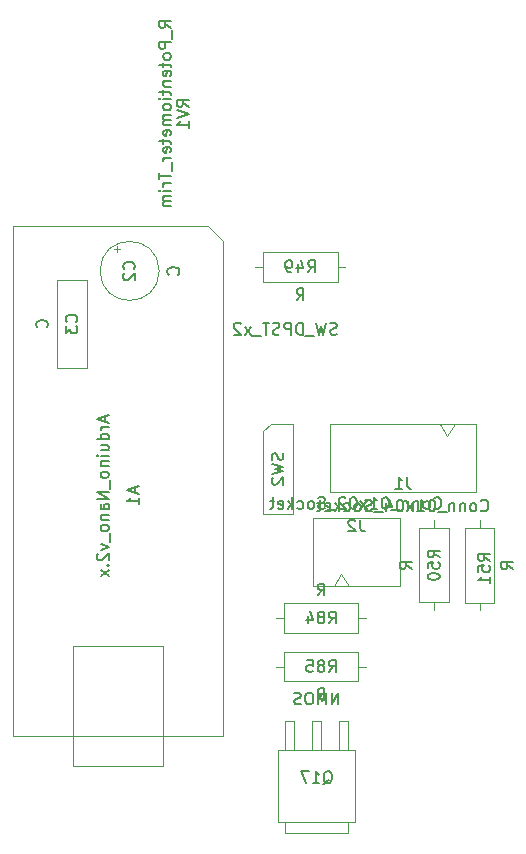
<source format=gbr>
%TF.GenerationSoftware,KiCad,Pcbnew,9.0.6-9.0.6~ubuntu22.04.1*%
%TF.CreationDate,2025-11-25T23:45:25+09:00*%
%TF.ProjectId,LineSensor,4c696e65-5365-46e7-936f-722e6b696361,rev?*%
%TF.SameCoordinates,Original*%
%TF.FileFunction,AssemblyDrawing,Bot*%
%FSLAX46Y46*%
G04 Gerber Fmt 4.6, Leading zero omitted, Abs format (unit mm)*
G04 Created by KiCad (PCBNEW 9.0.6-9.0.6~ubuntu22.04.1) date 2025-11-25 23:45:25*
%MOMM*%
%LPD*%
G01*
G04 APERTURE LIST*
%ADD10C,0.150000*%
%ADD11C,0.100000*%
G04 APERTURE END LIST*
D10*
X176745239Y-101159580D02*
X176792858Y-101207200D01*
X176792858Y-101207200D02*
X176935715Y-101254819D01*
X176935715Y-101254819D02*
X177030953Y-101254819D01*
X177030953Y-101254819D02*
X177173810Y-101207200D01*
X177173810Y-101207200D02*
X177269048Y-101111961D01*
X177269048Y-101111961D02*
X177316667Y-101016723D01*
X177316667Y-101016723D02*
X177364286Y-100826247D01*
X177364286Y-100826247D02*
X177364286Y-100683390D01*
X177364286Y-100683390D02*
X177316667Y-100492914D01*
X177316667Y-100492914D02*
X177269048Y-100397676D01*
X177269048Y-100397676D02*
X177173810Y-100302438D01*
X177173810Y-100302438D02*
X177030953Y-100254819D01*
X177030953Y-100254819D02*
X176935715Y-100254819D01*
X176935715Y-100254819D02*
X176792858Y-100302438D01*
X176792858Y-100302438D02*
X176745239Y-100350057D01*
X176173810Y-101254819D02*
X176269048Y-101207200D01*
X176269048Y-101207200D02*
X176316667Y-101159580D01*
X176316667Y-101159580D02*
X176364286Y-101064342D01*
X176364286Y-101064342D02*
X176364286Y-100778628D01*
X176364286Y-100778628D02*
X176316667Y-100683390D01*
X176316667Y-100683390D02*
X176269048Y-100635771D01*
X176269048Y-100635771D02*
X176173810Y-100588152D01*
X176173810Y-100588152D02*
X176030953Y-100588152D01*
X176030953Y-100588152D02*
X175935715Y-100635771D01*
X175935715Y-100635771D02*
X175888096Y-100683390D01*
X175888096Y-100683390D02*
X175840477Y-100778628D01*
X175840477Y-100778628D02*
X175840477Y-101064342D01*
X175840477Y-101064342D02*
X175888096Y-101159580D01*
X175888096Y-101159580D02*
X175935715Y-101207200D01*
X175935715Y-101207200D02*
X176030953Y-101254819D01*
X176030953Y-101254819D02*
X176173810Y-101254819D01*
X175411905Y-100588152D02*
X175411905Y-101254819D01*
X175411905Y-100683390D02*
X175364286Y-100635771D01*
X175364286Y-100635771D02*
X175269048Y-100588152D01*
X175269048Y-100588152D02*
X175126191Y-100588152D01*
X175126191Y-100588152D02*
X175030953Y-100635771D01*
X175030953Y-100635771D02*
X174983334Y-100731009D01*
X174983334Y-100731009D02*
X174983334Y-101254819D01*
X174507143Y-100588152D02*
X174507143Y-101254819D01*
X174507143Y-100683390D02*
X174459524Y-100635771D01*
X174459524Y-100635771D02*
X174364286Y-100588152D01*
X174364286Y-100588152D02*
X174221429Y-100588152D01*
X174221429Y-100588152D02*
X174126191Y-100635771D01*
X174126191Y-100635771D02*
X174078572Y-100731009D01*
X174078572Y-100731009D02*
X174078572Y-101254819D01*
X173840477Y-101350057D02*
X173078572Y-101350057D01*
X172650000Y-100254819D02*
X172554762Y-100254819D01*
X172554762Y-100254819D02*
X172459524Y-100302438D01*
X172459524Y-100302438D02*
X172411905Y-100350057D01*
X172411905Y-100350057D02*
X172364286Y-100445295D01*
X172364286Y-100445295D02*
X172316667Y-100635771D01*
X172316667Y-100635771D02*
X172316667Y-100873866D01*
X172316667Y-100873866D02*
X172364286Y-101064342D01*
X172364286Y-101064342D02*
X172411905Y-101159580D01*
X172411905Y-101159580D02*
X172459524Y-101207200D01*
X172459524Y-101207200D02*
X172554762Y-101254819D01*
X172554762Y-101254819D02*
X172650000Y-101254819D01*
X172650000Y-101254819D02*
X172745238Y-101207200D01*
X172745238Y-101207200D02*
X172792857Y-101159580D01*
X172792857Y-101159580D02*
X172840476Y-101064342D01*
X172840476Y-101064342D02*
X172888095Y-100873866D01*
X172888095Y-100873866D02*
X172888095Y-100635771D01*
X172888095Y-100635771D02*
X172840476Y-100445295D01*
X172840476Y-100445295D02*
X172792857Y-100350057D01*
X172792857Y-100350057D02*
X172745238Y-100302438D01*
X172745238Y-100302438D02*
X172650000Y-100254819D01*
X171364286Y-101254819D02*
X171935714Y-101254819D01*
X171650000Y-101254819D02*
X171650000Y-100254819D01*
X171650000Y-100254819D02*
X171745238Y-100397676D01*
X171745238Y-100397676D02*
X171840476Y-100492914D01*
X171840476Y-100492914D02*
X171935714Y-100540533D01*
X171030952Y-101254819D02*
X170507143Y-100588152D01*
X171030952Y-100588152D02*
X170507143Y-101254819D01*
X169935714Y-100254819D02*
X169840476Y-100254819D01*
X169840476Y-100254819D02*
X169745238Y-100302438D01*
X169745238Y-100302438D02*
X169697619Y-100350057D01*
X169697619Y-100350057D02*
X169650000Y-100445295D01*
X169650000Y-100445295D02*
X169602381Y-100635771D01*
X169602381Y-100635771D02*
X169602381Y-100873866D01*
X169602381Y-100873866D02*
X169650000Y-101064342D01*
X169650000Y-101064342D02*
X169697619Y-101159580D01*
X169697619Y-101159580D02*
X169745238Y-101207200D01*
X169745238Y-101207200D02*
X169840476Y-101254819D01*
X169840476Y-101254819D02*
X169935714Y-101254819D01*
X169935714Y-101254819D02*
X170030952Y-101207200D01*
X170030952Y-101207200D02*
X170078571Y-101159580D01*
X170078571Y-101159580D02*
X170126190Y-101064342D01*
X170126190Y-101064342D02*
X170173809Y-100873866D01*
X170173809Y-100873866D02*
X170173809Y-100635771D01*
X170173809Y-100635771D02*
X170126190Y-100445295D01*
X170126190Y-100445295D02*
X170078571Y-100350057D01*
X170078571Y-100350057D02*
X170030952Y-100302438D01*
X170030952Y-100302438D02*
X169935714Y-100254819D01*
X169221428Y-100350057D02*
X169173809Y-100302438D01*
X169173809Y-100302438D02*
X169078571Y-100254819D01*
X169078571Y-100254819D02*
X168840476Y-100254819D01*
X168840476Y-100254819D02*
X168745238Y-100302438D01*
X168745238Y-100302438D02*
X168697619Y-100350057D01*
X168697619Y-100350057D02*
X168650000Y-100445295D01*
X168650000Y-100445295D02*
X168650000Y-100540533D01*
X168650000Y-100540533D02*
X168697619Y-100683390D01*
X168697619Y-100683390D02*
X169269047Y-101254819D01*
X169269047Y-101254819D02*
X168650000Y-101254819D01*
X168459524Y-101350057D02*
X167697619Y-101350057D01*
X167507142Y-101207200D02*
X167364285Y-101254819D01*
X167364285Y-101254819D02*
X167126190Y-101254819D01*
X167126190Y-101254819D02*
X167030952Y-101207200D01*
X167030952Y-101207200D02*
X166983333Y-101159580D01*
X166983333Y-101159580D02*
X166935714Y-101064342D01*
X166935714Y-101064342D02*
X166935714Y-100969104D01*
X166935714Y-100969104D02*
X166983333Y-100873866D01*
X166983333Y-100873866D02*
X167030952Y-100826247D01*
X167030952Y-100826247D02*
X167126190Y-100778628D01*
X167126190Y-100778628D02*
X167316666Y-100731009D01*
X167316666Y-100731009D02*
X167411904Y-100683390D01*
X167411904Y-100683390D02*
X167459523Y-100635771D01*
X167459523Y-100635771D02*
X167507142Y-100540533D01*
X167507142Y-100540533D02*
X167507142Y-100445295D01*
X167507142Y-100445295D02*
X167459523Y-100350057D01*
X167459523Y-100350057D02*
X167411904Y-100302438D01*
X167411904Y-100302438D02*
X167316666Y-100254819D01*
X167316666Y-100254819D02*
X167078571Y-100254819D01*
X167078571Y-100254819D02*
X166935714Y-100302438D01*
X166364285Y-101254819D02*
X166459523Y-101207200D01*
X166459523Y-101207200D02*
X166507142Y-101159580D01*
X166507142Y-101159580D02*
X166554761Y-101064342D01*
X166554761Y-101064342D02*
X166554761Y-100778628D01*
X166554761Y-100778628D02*
X166507142Y-100683390D01*
X166507142Y-100683390D02*
X166459523Y-100635771D01*
X166459523Y-100635771D02*
X166364285Y-100588152D01*
X166364285Y-100588152D02*
X166221428Y-100588152D01*
X166221428Y-100588152D02*
X166126190Y-100635771D01*
X166126190Y-100635771D02*
X166078571Y-100683390D01*
X166078571Y-100683390D02*
X166030952Y-100778628D01*
X166030952Y-100778628D02*
X166030952Y-101064342D01*
X166030952Y-101064342D02*
X166078571Y-101159580D01*
X166078571Y-101159580D02*
X166126190Y-101207200D01*
X166126190Y-101207200D02*
X166221428Y-101254819D01*
X166221428Y-101254819D02*
X166364285Y-101254819D01*
X165173809Y-101207200D02*
X165269047Y-101254819D01*
X165269047Y-101254819D02*
X165459523Y-101254819D01*
X165459523Y-101254819D02*
X165554761Y-101207200D01*
X165554761Y-101207200D02*
X165602380Y-101159580D01*
X165602380Y-101159580D02*
X165649999Y-101064342D01*
X165649999Y-101064342D02*
X165649999Y-100778628D01*
X165649999Y-100778628D02*
X165602380Y-100683390D01*
X165602380Y-100683390D02*
X165554761Y-100635771D01*
X165554761Y-100635771D02*
X165459523Y-100588152D01*
X165459523Y-100588152D02*
X165269047Y-100588152D01*
X165269047Y-100588152D02*
X165173809Y-100635771D01*
X164745237Y-101254819D02*
X164745237Y-100254819D01*
X164649999Y-100873866D02*
X164364285Y-101254819D01*
X164364285Y-100588152D02*
X164745237Y-100969104D01*
X163554761Y-101207200D02*
X163649999Y-101254819D01*
X163649999Y-101254819D02*
X163840475Y-101254819D01*
X163840475Y-101254819D02*
X163935713Y-101207200D01*
X163935713Y-101207200D02*
X163983332Y-101111961D01*
X163983332Y-101111961D02*
X163983332Y-100731009D01*
X163983332Y-100731009D02*
X163935713Y-100635771D01*
X163935713Y-100635771D02*
X163840475Y-100588152D01*
X163840475Y-100588152D02*
X163649999Y-100588152D01*
X163649999Y-100588152D02*
X163554761Y-100635771D01*
X163554761Y-100635771D02*
X163507142Y-100731009D01*
X163507142Y-100731009D02*
X163507142Y-100826247D01*
X163507142Y-100826247D02*
X163983332Y-100921485D01*
X163221427Y-100588152D02*
X162840475Y-100588152D01*
X163078570Y-100254819D02*
X163078570Y-101111961D01*
X163078570Y-101111961D02*
X163030951Y-101207200D01*
X163030951Y-101207200D02*
X162935713Y-101254819D01*
X162935713Y-101254819D02*
X162840475Y-101254819D01*
X170483333Y-102154819D02*
X170483333Y-102869104D01*
X170483333Y-102869104D02*
X170530952Y-103011961D01*
X170530952Y-103011961D02*
X170626190Y-103107200D01*
X170626190Y-103107200D02*
X170769047Y-103154819D01*
X170769047Y-103154819D02*
X170864285Y-103154819D01*
X170054761Y-102250057D02*
X170007142Y-102202438D01*
X170007142Y-102202438D02*
X169911904Y-102154819D01*
X169911904Y-102154819D02*
X169673809Y-102154819D01*
X169673809Y-102154819D02*
X169578571Y-102202438D01*
X169578571Y-102202438D02*
X169530952Y-102250057D01*
X169530952Y-102250057D02*
X169483333Y-102345295D01*
X169483333Y-102345295D02*
X169483333Y-102440533D01*
X169483333Y-102440533D02*
X169530952Y-102583390D01*
X169530952Y-102583390D02*
X170102380Y-103154819D01*
X170102380Y-103154819D02*
X169483333Y-103154819D01*
X168509142Y-86452200D02*
X168366285Y-86499819D01*
X168366285Y-86499819D02*
X168128190Y-86499819D01*
X168128190Y-86499819D02*
X168032952Y-86452200D01*
X168032952Y-86452200D02*
X167985333Y-86404580D01*
X167985333Y-86404580D02*
X167937714Y-86309342D01*
X167937714Y-86309342D02*
X167937714Y-86214104D01*
X167937714Y-86214104D02*
X167985333Y-86118866D01*
X167985333Y-86118866D02*
X168032952Y-86071247D01*
X168032952Y-86071247D02*
X168128190Y-86023628D01*
X168128190Y-86023628D02*
X168318666Y-85976009D01*
X168318666Y-85976009D02*
X168413904Y-85928390D01*
X168413904Y-85928390D02*
X168461523Y-85880771D01*
X168461523Y-85880771D02*
X168509142Y-85785533D01*
X168509142Y-85785533D02*
X168509142Y-85690295D01*
X168509142Y-85690295D02*
X168461523Y-85595057D01*
X168461523Y-85595057D02*
X168413904Y-85547438D01*
X168413904Y-85547438D02*
X168318666Y-85499819D01*
X168318666Y-85499819D02*
X168080571Y-85499819D01*
X168080571Y-85499819D02*
X167937714Y-85547438D01*
X167604380Y-85499819D02*
X167366285Y-86499819D01*
X167366285Y-86499819D02*
X167175809Y-85785533D01*
X167175809Y-85785533D02*
X166985333Y-86499819D01*
X166985333Y-86499819D02*
X166747238Y-85499819D01*
X166604381Y-86595057D02*
X165842476Y-86595057D01*
X165604380Y-86499819D02*
X165604380Y-85499819D01*
X165604380Y-85499819D02*
X165366285Y-85499819D01*
X165366285Y-85499819D02*
X165223428Y-85547438D01*
X165223428Y-85547438D02*
X165128190Y-85642676D01*
X165128190Y-85642676D02*
X165080571Y-85737914D01*
X165080571Y-85737914D02*
X165032952Y-85928390D01*
X165032952Y-85928390D02*
X165032952Y-86071247D01*
X165032952Y-86071247D02*
X165080571Y-86261723D01*
X165080571Y-86261723D02*
X165128190Y-86356961D01*
X165128190Y-86356961D02*
X165223428Y-86452200D01*
X165223428Y-86452200D02*
X165366285Y-86499819D01*
X165366285Y-86499819D02*
X165604380Y-86499819D01*
X164604380Y-86499819D02*
X164604380Y-85499819D01*
X164604380Y-85499819D02*
X164223428Y-85499819D01*
X164223428Y-85499819D02*
X164128190Y-85547438D01*
X164128190Y-85547438D02*
X164080571Y-85595057D01*
X164080571Y-85595057D02*
X164032952Y-85690295D01*
X164032952Y-85690295D02*
X164032952Y-85833152D01*
X164032952Y-85833152D02*
X164080571Y-85928390D01*
X164080571Y-85928390D02*
X164128190Y-85976009D01*
X164128190Y-85976009D02*
X164223428Y-86023628D01*
X164223428Y-86023628D02*
X164604380Y-86023628D01*
X163651999Y-86452200D02*
X163509142Y-86499819D01*
X163509142Y-86499819D02*
X163271047Y-86499819D01*
X163271047Y-86499819D02*
X163175809Y-86452200D01*
X163175809Y-86452200D02*
X163128190Y-86404580D01*
X163128190Y-86404580D02*
X163080571Y-86309342D01*
X163080571Y-86309342D02*
X163080571Y-86214104D01*
X163080571Y-86214104D02*
X163128190Y-86118866D01*
X163128190Y-86118866D02*
X163175809Y-86071247D01*
X163175809Y-86071247D02*
X163271047Y-86023628D01*
X163271047Y-86023628D02*
X163461523Y-85976009D01*
X163461523Y-85976009D02*
X163556761Y-85928390D01*
X163556761Y-85928390D02*
X163604380Y-85880771D01*
X163604380Y-85880771D02*
X163651999Y-85785533D01*
X163651999Y-85785533D02*
X163651999Y-85690295D01*
X163651999Y-85690295D02*
X163604380Y-85595057D01*
X163604380Y-85595057D02*
X163556761Y-85547438D01*
X163556761Y-85547438D02*
X163461523Y-85499819D01*
X163461523Y-85499819D02*
X163223428Y-85499819D01*
X163223428Y-85499819D02*
X163080571Y-85547438D01*
X162794856Y-85499819D02*
X162223428Y-85499819D01*
X162509142Y-86499819D02*
X162509142Y-85499819D01*
X162128190Y-86595057D02*
X161366285Y-86595057D01*
X161223427Y-86499819D02*
X160699618Y-85833152D01*
X161223427Y-85833152D02*
X160699618Y-86499819D01*
X160366284Y-85595057D02*
X160318665Y-85547438D01*
X160318665Y-85547438D02*
X160223427Y-85499819D01*
X160223427Y-85499819D02*
X159985332Y-85499819D01*
X159985332Y-85499819D02*
X159890094Y-85547438D01*
X159890094Y-85547438D02*
X159842475Y-85595057D01*
X159842475Y-85595057D02*
X159794856Y-85690295D01*
X159794856Y-85690295D02*
X159794856Y-85785533D01*
X159794856Y-85785533D02*
X159842475Y-85928390D01*
X159842475Y-85928390D02*
X160413903Y-86499819D01*
X160413903Y-86499819D02*
X159794856Y-86499819D01*
X163941200Y-96521667D02*
X163988819Y-96664524D01*
X163988819Y-96664524D02*
X163988819Y-96902619D01*
X163988819Y-96902619D02*
X163941200Y-96997857D01*
X163941200Y-96997857D02*
X163893580Y-97045476D01*
X163893580Y-97045476D02*
X163798342Y-97093095D01*
X163798342Y-97093095D02*
X163703104Y-97093095D01*
X163703104Y-97093095D02*
X163607866Y-97045476D01*
X163607866Y-97045476D02*
X163560247Y-96997857D01*
X163560247Y-96997857D02*
X163512628Y-96902619D01*
X163512628Y-96902619D02*
X163465009Y-96712143D01*
X163465009Y-96712143D02*
X163417390Y-96616905D01*
X163417390Y-96616905D02*
X163369771Y-96569286D01*
X163369771Y-96569286D02*
X163274533Y-96521667D01*
X163274533Y-96521667D02*
X163179295Y-96521667D01*
X163179295Y-96521667D02*
X163084057Y-96569286D01*
X163084057Y-96569286D02*
X163036438Y-96616905D01*
X163036438Y-96616905D02*
X162988819Y-96712143D01*
X162988819Y-96712143D02*
X162988819Y-96950238D01*
X162988819Y-96950238D02*
X163036438Y-97093095D01*
X162988819Y-97426429D02*
X163988819Y-97664524D01*
X163988819Y-97664524D02*
X163274533Y-97855000D01*
X163274533Y-97855000D02*
X163988819Y-98045476D01*
X163988819Y-98045476D02*
X162988819Y-98283572D01*
X163084057Y-98616905D02*
X163036438Y-98664524D01*
X163036438Y-98664524D02*
X162988819Y-98759762D01*
X162988819Y-98759762D02*
X162988819Y-98997857D01*
X162988819Y-98997857D02*
X163036438Y-99093095D01*
X163036438Y-99093095D02*
X163084057Y-99140714D01*
X163084057Y-99140714D02*
X163179295Y-99188333D01*
X163179295Y-99188333D02*
X163274533Y-99188333D01*
X163274533Y-99188333D02*
X163417390Y-99140714D01*
X163417390Y-99140714D02*
X163988819Y-98569286D01*
X163988819Y-98569286D02*
X163988819Y-99188333D01*
X166880476Y-108584819D02*
X167213809Y-108108628D01*
X167451904Y-108584819D02*
X167451904Y-107584819D01*
X167451904Y-107584819D02*
X167070952Y-107584819D01*
X167070952Y-107584819D02*
X166975714Y-107632438D01*
X166975714Y-107632438D02*
X166928095Y-107680057D01*
X166928095Y-107680057D02*
X166880476Y-107775295D01*
X166880476Y-107775295D02*
X166880476Y-107918152D01*
X166880476Y-107918152D02*
X166928095Y-108013390D01*
X166928095Y-108013390D02*
X166975714Y-108061009D01*
X166975714Y-108061009D02*
X167070952Y-108108628D01*
X167070952Y-108108628D02*
X167451904Y-108108628D01*
X167832857Y-110954819D02*
X168166190Y-110478628D01*
X168404285Y-110954819D02*
X168404285Y-109954819D01*
X168404285Y-109954819D02*
X168023333Y-109954819D01*
X168023333Y-109954819D02*
X167928095Y-110002438D01*
X167928095Y-110002438D02*
X167880476Y-110050057D01*
X167880476Y-110050057D02*
X167832857Y-110145295D01*
X167832857Y-110145295D02*
X167832857Y-110288152D01*
X167832857Y-110288152D02*
X167880476Y-110383390D01*
X167880476Y-110383390D02*
X167928095Y-110431009D01*
X167928095Y-110431009D02*
X168023333Y-110478628D01*
X168023333Y-110478628D02*
X168404285Y-110478628D01*
X167261428Y-110383390D02*
X167356666Y-110335771D01*
X167356666Y-110335771D02*
X167404285Y-110288152D01*
X167404285Y-110288152D02*
X167451904Y-110192914D01*
X167451904Y-110192914D02*
X167451904Y-110145295D01*
X167451904Y-110145295D02*
X167404285Y-110050057D01*
X167404285Y-110050057D02*
X167356666Y-110002438D01*
X167356666Y-110002438D02*
X167261428Y-109954819D01*
X167261428Y-109954819D02*
X167070952Y-109954819D01*
X167070952Y-109954819D02*
X166975714Y-110002438D01*
X166975714Y-110002438D02*
X166928095Y-110050057D01*
X166928095Y-110050057D02*
X166880476Y-110145295D01*
X166880476Y-110145295D02*
X166880476Y-110192914D01*
X166880476Y-110192914D02*
X166928095Y-110288152D01*
X166928095Y-110288152D02*
X166975714Y-110335771D01*
X166975714Y-110335771D02*
X167070952Y-110383390D01*
X167070952Y-110383390D02*
X167261428Y-110383390D01*
X167261428Y-110383390D02*
X167356666Y-110431009D01*
X167356666Y-110431009D02*
X167404285Y-110478628D01*
X167404285Y-110478628D02*
X167451904Y-110573866D01*
X167451904Y-110573866D02*
X167451904Y-110764342D01*
X167451904Y-110764342D02*
X167404285Y-110859580D01*
X167404285Y-110859580D02*
X167356666Y-110907200D01*
X167356666Y-110907200D02*
X167261428Y-110954819D01*
X167261428Y-110954819D02*
X167070952Y-110954819D01*
X167070952Y-110954819D02*
X166975714Y-110907200D01*
X166975714Y-110907200D02*
X166928095Y-110859580D01*
X166928095Y-110859580D02*
X166880476Y-110764342D01*
X166880476Y-110764342D02*
X166880476Y-110573866D01*
X166880476Y-110573866D02*
X166928095Y-110478628D01*
X166928095Y-110478628D02*
X166975714Y-110431009D01*
X166975714Y-110431009D02*
X167070952Y-110383390D01*
X166023333Y-110288152D02*
X166023333Y-110954819D01*
X166261428Y-109907200D02*
X166499523Y-110621485D01*
X166499523Y-110621485D02*
X165880476Y-110621485D01*
X155070580Y-81411523D02*
X155118200Y-81363904D01*
X155118200Y-81363904D02*
X155165819Y-81221047D01*
X155165819Y-81221047D02*
X155165819Y-81125809D01*
X155165819Y-81125809D02*
X155118200Y-80982952D01*
X155118200Y-80982952D02*
X155022961Y-80887714D01*
X155022961Y-80887714D02*
X154927723Y-80840095D01*
X154927723Y-80840095D02*
X154737247Y-80792476D01*
X154737247Y-80792476D02*
X154594390Y-80792476D01*
X154594390Y-80792476D02*
X154403914Y-80840095D01*
X154403914Y-80840095D02*
X154308676Y-80887714D01*
X154308676Y-80887714D02*
X154213438Y-80982952D01*
X154213438Y-80982952D02*
X154165819Y-81125809D01*
X154165819Y-81125809D02*
X154165819Y-81221047D01*
X154165819Y-81221047D02*
X154213438Y-81363904D01*
X154213438Y-81363904D02*
X154261057Y-81411523D01*
X151320580Y-80935333D02*
X151368200Y-80887714D01*
X151368200Y-80887714D02*
X151415819Y-80744857D01*
X151415819Y-80744857D02*
X151415819Y-80649619D01*
X151415819Y-80649619D02*
X151368200Y-80506762D01*
X151368200Y-80506762D02*
X151272961Y-80411524D01*
X151272961Y-80411524D02*
X151177723Y-80363905D01*
X151177723Y-80363905D02*
X150987247Y-80316286D01*
X150987247Y-80316286D02*
X150844390Y-80316286D01*
X150844390Y-80316286D02*
X150653914Y-80363905D01*
X150653914Y-80363905D02*
X150558676Y-80411524D01*
X150558676Y-80411524D02*
X150463438Y-80506762D01*
X150463438Y-80506762D02*
X150415819Y-80649619D01*
X150415819Y-80649619D02*
X150415819Y-80744857D01*
X150415819Y-80744857D02*
X150463438Y-80887714D01*
X150463438Y-80887714D02*
X150511057Y-80935333D01*
X150511057Y-81316286D02*
X150463438Y-81363905D01*
X150463438Y-81363905D02*
X150415819Y-81459143D01*
X150415819Y-81459143D02*
X150415819Y-81697238D01*
X150415819Y-81697238D02*
X150463438Y-81792476D01*
X150463438Y-81792476D02*
X150511057Y-81840095D01*
X150511057Y-81840095D02*
X150606295Y-81887714D01*
X150606295Y-81887714D02*
X150701533Y-81887714D01*
X150701533Y-81887714D02*
X150844390Y-81840095D01*
X150844390Y-81840095D02*
X151415819Y-81268667D01*
X151415819Y-81268667D02*
X151415819Y-81887714D01*
X180706239Y-101366580D02*
X180753858Y-101414200D01*
X180753858Y-101414200D02*
X180896715Y-101461819D01*
X180896715Y-101461819D02*
X180991953Y-101461819D01*
X180991953Y-101461819D02*
X181134810Y-101414200D01*
X181134810Y-101414200D02*
X181230048Y-101318961D01*
X181230048Y-101318961D02*
X181277667Y-101223723D01*
X181277667Y-101223723D02*
X181325286Y-101033247D01*
X181325286Y-101033247D02*
X181325286Y-100890390D01*
X181325286Y-100890390D02*
X181277667Y-100699914D01*
X181277667Y-100699914D02*
X181230048Y-100604676D01*
X181230048Y-100604676D02*
X181134810Y-100509438D01*
X181134810Y-100509438D02*
X180991953Y-100461819D01*
X180991953Y-100461819D02*
X180896715Y-100461819D01*
X180896715Y-100461819D02*
X180753858Y-100509438D01*
X180753858Y-100509438D02*
X180706239Y-100557057D01*
X180134810Y-101461819D02*
X180230048Y-101414200D01*
X180230048Y-101414200D02*
X180277667Y-101366580D01*
X180277667Y-101366580D02*
X180325286Y-101271342D01*
X180325286Y-101271342D02*
X180325286Y-100985628D01*
X180325286Y-100985628D02*
X180277667Y-100890390D01*
X180277667Y-100890390D02*
X180230048Y-100842771D01*
X180230048Y-100842771D02*
X180134810Y-100795152D01*
X180134810Y-100795152D02*
X179991953Y-100795152D01*
X179991953Y-100795152D02*
X179896715Y-100842771D01*
X179896715Y-100842771D02*
X179849096Y-100890390D01*
X179849096Y-100890390D02*
X179801477Y-100985628D01*
X179801477Y-100985628D02*
X179801477Y-101271342D01*
X179801477Y-101271342D02*
X179849096Y-101366580D01*
X179849096Y-101366580D02*
X179896715Y-101414200D01*
X179896715Y-101414200D02*
X179991953Y-101461819D01*
X179991953Y-101461819D02*
X180134810Y-101461819D01*
X179372905Y-100795152D02*
X179372905Y-101461819D01*
X179372905Y-100890390D02*
X179325286Y-100842771D01*
X179325286Y-100842771D02*
X179230048Y-100795152D01*
X179230048Y-100795152D02*
X179087191Y-100795152D01*
X179087191Y-100795152D02*
X178991953Y-100842771D01*
X178991953Y-100842771D02*
X178944334Y-100938009D01*
X178944334Y-100938009D02*
X178944334Y-101461819D01*
X178468143Y-100795152D02*
X178468143Y-101461819D01*
X178468143Y-100890390D02*
X178420524Y-100842771D01*
X178420524Y-100842771D02*
X178325286Y-100795152D01*
X178325286Y-100795152D02*
X178182429Y-100795152D01*
X178182429Y-100795152D02*
X178087191Y-100842771D01*
X178087191Y-100842771D02*
X178039572Y-100938009D01*
X178039572Y-100938009D02*
X178039572Y-101461819D01*
X177801477Y-101557057D02*
X177039572Y-101557057D01*
X176611000Y-100461819D02*
X176515762Y-100461819D01*
X176515762Y-100461819D02*
X176420524Y-100509438D01*
X176420524Y-100509438D02*
X176372905Y-100557057D01*
X176372905Y-100557057D02*
X176325286Y-100652295D01*
X176325286Y-100652295D02*
X176277667Y-100842771D01*
X176277667Y-100842771D02*
X176277667Y-101080866D01*
X176277667Y-101080866D02*
X176325286Y-101271342D01*
X176325286Y-101271342D02*
X176372905Y-101366580D01*
X176372905Y-101366580D02*
X176420524Y-101414200D01*
X176420524Y-101414200D02*
X176515762Y-101461819D01*
X176515762Y-101461819D02*
X176611000Y-101461819D01*
X176611000Y-101461819D02*
X176706238Y-101414200D01*
X176706238Y-101414200D02*
X176753857Y-101366580D01*
X176753857Y-101366580D02*
X176801476Y-101271342D01*
X176801476Y-101271342D02*
X176849095Y-101080866D01*
X176849095Y-101080866D02*
X176849095Y-100842771D01*
X176849095Y-100842771D02*
X176801476Y-100652295D01*
X176801476Y-100652295D02*
X176753857Y-100557057D01*
X176753857Y-100557057D02*
X176706238Y-100509438D01*
X176706238Y-100509438D02*
X176611000Y-100461819D01*
X175325286Y-101461819D02*
X175896714Y-101461819D01*
X175611000Y-101461819D02*
X175611000Y-100461819D01*
X175611000Y-100461819D02*
X175706238Y-100604676D01*
X175706238Y-100604676D02*
X175801476Y-100699914D01*
X175801476Y-100699914D02*
X175896714Y-100747533D01*
X174991952Y-101461819D02*
X174468143Y-100795152D01*
X174991952Y-100795152D02*
X174468143Y-101461819D01*
X173896714Y-100461819D02*
X173801476Y-100461819D01*
X173801476Y-100461819D02*
X173706238Y-100509438D01*
X173706238Y-100509438D02*
X173658619Y-100557057D01*
X173658619Y-100557057D02*
X173611000Y-100652295D01*
X173611000Y-100652295D02*
X173563381Y-100842771D01*
X173563381Y-100842771D02*
X173563381Y-101080866D01*
X173563381Y-101080866D02*
X173611000Y-101271342D01*
X173611000Y-101271342D02*
X173658619Y-101366580D01*
X173658619Y-101366580D02*
X173706238Y-101414200D01*
X173706238Y-101414200D02*
X173801476Y-101461819D01*
X173801476Y-101461819D02*
X173896714Y-101461819D01*
X173896714Y-101461819D02*
X173991952Y-101414200D01*
X173991952Y-101414200D02*
X174039571Y-101366580D01*
X174039571Y-101366580D02*
X174087190Y-101271342D01*
X174087190Y-101271342D02*
X174134809Y-101080866D01*
X174134809Y-101080866D02*
X174134809Y-100842771D01*
X174134809Y-100842771D02*
X174087190Y-100652295D01*
X174087190Y-100652295D02*
X174039571Y-100557057D01*
X174039571Y-100557057D02*
X173991952Y-100509438D01*
X173991952Y-100509438D02*
X173896714Y-100461819D01*
X172706238Y-100795152D02*
X172706238Y-101461819D01*
X172944333Y-100414200D02*
X173182428Y-101128485D01*
X173182428Y-101128485D02*
X172563381Y-101128485D01*
X172420524Y-101557057D02*
X171658619Y-101557057D01*
X171468142Y-101414200D02*
X171325285Y-101461819D01*
X171325285Y-101461819D02*
X171087190Y-101461819D01*
X171087190Y-101461819D02*
X170991952Y-101414200D01*
X170991952Y-101414200D02*
X170944333Y-101366580D01*
X170944333Y-101366580D02*
X170896714Y-101271342D01*
X170896714Y-101271342D02*
X170896714Y-101176104D01*
X170896714Y-101176104D02*
X170944333Y-101080866D01*
X170944333Y-101080866D02*
X170991952Y-101033247D01*
X170991952Y-101033247D02*
X171087190Y-100985628D01*
X171087190Y-100985628D02*
X171277666Y-100938009D01*
X171277666Y-100938009D02*
X171372904Y-100890390D01*
X171372904Y-100890390D02*
X171420523Y-100842771D01*
X171420523Y-100842771D02*
X171468142Y-100747533D01*
X171468142Y-100747533D02*
X171468142Y-100652295D01*
X171468142Y-100652295D02*
X171420523Y-100557057D01*
X171420523Y-100557057D02*
X171372904Y-100509438D01*
X171372904Y-100509438D02*
X171277666Y-100461819D01*
X171277666Y-100461819D02*
X171039571Y-100461819D01*
X171039571Y-100461819D02*
X170896714Y-100509438D01*
X170325285Y-101461819D02*
X170420523Y-101414200D01*
X170420523Y-101414200D02*
X170468142Y-101366580D01*
X170468142Y-101366580D02*
X170515761Y-101271342D01*
X170515761Y-101271342D02*
X170515761Y-100985628D01*
X170515761Y-100985628D02*
X170468142Y-100890390D01*
X170468142Y-100890390D02*
X170420523Y-100842771D01*
X170420523Y-100842771D02*
X170325285Y-100795152D01*
X170325285Y-100795152D02*
X170182428Y-100795152D01*
X170182428Y-100795152D02*
X170087190Y-100842771D01*
X170087190Y-100842771D02*
X170039571Y-100890390D01*
X170039571Y-100890390D02*
X169991952Y-100985628D01*
X169991952Y-100985628D02*
X169991952Y-101271342D01*
X169991952Y-101271342D02*
X170039571Y-101366580D01*
X170039571Y-101366580D02*
X170087190Y-101414200D01*
X170087190Y-101414200D02*
X170182428Y-101461819D01*
X170182428Y-101461819D02*
X170325285Y-101461819D01*
X169134809Y-101414200D02*
X169230047Y-101461819D01*
X169230047Y-101461819D02*
X169420523Y-101461819D01*
X169420523Y-101461819D02*
X169515761Y-101414200D01*
X169515761Y-101414200D02*
X169563380Y-101366580D01*
X169563380Y-101366580D02*
X169610999Y-101271342D01*
X169610999Y-101271342D02*
X169610999Y-100985628D01*
X169610999Y-100985628D02*
X169563380Y-100890390D01*
X169563380Y-100890390D02*
X169515761Y-100842771D01*
X169515761Y-100842771D02*
X169420523Y-100795152D01*
X169420523Y-100795152D02*
X169230047Y-100795152D01*
X169230047Y-100795152D02*
X169134809Y-100842771D01*
X168706237Y-101461819D02*
X168706237Y-100461819D01*
X168610999Y-101080866D02*
X168325285Y-101461819D01*
X168325285Y-100795152D02*
X168706237Y-101176104D01*
X167515761Y-101414200D02*
X167610999Y-101461819D01*
X167610999Y-101461819D02*
X167801475Y-101461819D01*
X167801475Y-101461819D02*
X167896713Y-101414200D01*
X167896713Y-101414200D02*
X167944332Y-101318961D01*
X167944332Y-101318961D02*
X167944332Y-100938009D01*
X167944332Y-100938009D02*
X167896713Y-100842771D01*
X167896713Y-100842771D02*
X167801475Y-100795152D01*
X167801475Y-100795152D02*
X167610999Y-100795152D01*
X167610999Y-100795152D02*
X167515761Y-100842771D01*
X167515761Y-100842771D02*
X167468142Y-100938009D01*
X167468142Y-100938009D02*
X167468142Y-101033247D01*
X167468142Y-101033247D02*
X167944332Y-101128485D01*
X167182427Y-100795152D02*
X166801475Y-100795152D01*
X167039570Y-100461819D02*
X167039570Y-101318961D01*
X167039570Y-101318961D02*
X166991951Y-101414200D01*
X166991951Y-101414200D02*
X166896713Y-101461819D01*
X166896713Y-101461819D02*
X166801475Y-101461819D01*
X174444333Y-98561819D02*
X174444333Y-99276104D01*
X174444333Y-99276104D02*
X174491952Y-99418961D01*
X174491952Y-99418961D02*
X174587190Y-99514200D01*
X174587190Y-99514200D02*
X174730047Y-99561819D01*
X174730047Y-99561819D02*
X174825285Y-99561819D01*
X173444333Y-99561819D02*
X174015761Y-99561819D01*
X173730047Y-99561819D02*
X173730047Y-98561819D01*
X173730047Y-98561819D02*
X173825285Y-98704676D01*
X173825285Y-98704676D02*
X173920523Y-98799914D01*
X173920523Y-98799914D02*
X174015761Y-98847533D01*
X148889104Y-93420904D02*
X148889104Y-93897094D01*
X149174819Y-93325666D02*
X148174819Y-93658999D01*
X148174819Y-93658999D02*
X149174819Y-93992332D01*
X149174819Y-94325666D02*
X148508152Y-94325666D01*
X148698628Y-94325666D02*
X148603390Y-94373285D01*
X148603390Y-94373285D02*
X148555771Y-94420904D01*
X148555771Y-94420904D02*
X148508152Y-94516142D01*
X148508152Y-94516142D02*
X148508152Y-94611380D01*
X149174819Y-95373285D02*
X148174819Y-95373285D01*
X149127200Y-95373285D02*
X149174819Y-95278047D01*
X149174819Y-95278047D02*
X149174819Y-95087571D01*
X149174819Y-95087571D02*
X149127200Y-94992333D01*
X149127200Y-94992333D02*
X149079580Y-94944714D01*
X149079580Y-94944714D02*
X148984342Y-94897095D01*
X148984342Y-94897095D02*
X148698628Y-94897095D01*
X148698628Y-94897095D02*
X148603390Y-94944714D01*
X148603390Y-94944714D02*
X148555771Y-94992333D01*
X148555771Y-94992333D02*
X148508152Y-95087571D01*
X148508152Y-95087571D02*
X148508152Y-95278047D01*
X148508152Y-95278047D02*
X148555771Y-95373285D01*
X148508152Y-96278047D02*
X149174819Y-96278047D01*
X148508152Y-95849476D02*
X149031961Y-95849476D01*
X149031961Y-95849476D02*
X149127200Y-95897095D01*
X149127200Y-95897095D02*
X149174819Y-95992333D01*
X149174819Y-95992333D02*
X149174819Y-96135190D01*
X149174819Y-96135190D02*
X149127200Y-96230428D01*
X149127200Y-96230428D02*
X149079580Y-96278047D01*
X149174819Y-96754238D02*
X148508152Y-96754238D01*
X148174819Y-96754238D02*
X148222438Y-96706619D01*
X148222438Y-96706619D02*
X148270057Y-96754238D01*
X148270057Y-96754238D02*
X148222438Y-96801857D01*
X148222438Y-96801857D02*
X148174819Y-96754238D01*
X148174819Y-96754238D02*
X148270057Y-96754238D01*
X148508152Y-97230428D02*
X149174819Y-97230428D01*
X148603390Y-97230428D02*
X148555771Y-97278047D01*
X148555771Y-97278047D02*
X148508152Y-97373285D01*
X148508152Y-97373285D02*
X148508152Y-97516142D01*
X148508152Y-97516142D02*
X148555771Y-97611380D01*
X148555771Y-97611380D02*
X148651009Y-97658999D01*
X148651009Y-97658999D02*
X149174819Y-97658999D01*
X149174819Y-98278047D02*
X149127200Y-98182809D01*
X149127200Y-98182809D02*
X149079580Y-98135190D01*
X149079580Y-98135190D02*
X148984342Y-98087571D01*
X148984342Y-98087571D02*
X148698628Y-98087571D01*
X148698628Y-98087571D02*
X148603390Y-98135190D01*
X148603390Y-98135190D02*
X148555771Y-98182809D01*
X148555771Y-98182809D02*
X148508152Y-98278047D01*
X148508152Y-98278047D02*
X148508152Y-98420904D01*
X148508152Y-98420904D02*
X148555771Y-98516142D01*
X148555771Y-98516142D02*
X148603390Y-98563761D01*
X148603390Y-98563761D02*
X148698628Y-98611380D01*
X148698628Y-98611380D02*
X148984342Y-98611380D01*
X148984342Y-98611380D02*
X149079580Y-98563761D01*
X149079580Y-98563761D02*
X149127200Y-98516142D01*
X149127200Y-98516142D02*
X149174819Y-98420904D01*
X149174819Y-98420904D02*
X149174819Y-98278047D01*
X149270057Y-98801857D02*
X149270057Y-99563761D01*
X149174819Y-99801857D02*
X148174819Y-99801857D01*
X148174819Y-99801857D02*
X149174819Y-100373285D01*
X149174819Y-100373285D02*
X148174819Y-100373285D01*
X149174819Y-101278047D02*
X148651009Y-101278047D01*
X148651009Y-101278047D02*
X148555771Y-101230428D01*
X148555771Y-101230428D02*
X148508152Y-101135190D01*
X148508152Y-101135190D02*
X148508152Y-100944714D01*
X148508152Y-100944714D02*
X148555771Y-100849476D01*
X149127200Y-101278047D02*
X149174819Y-101182809D01*
X149174819Y-101182809D02*
X149174819Y-100944714D01*
X149174819Y-100944714D02*
X149127200Y-100849476D01*
X149127200Y-100849476D02*
X149031961Y-100801857D01*
X149031961Y-100801857D02*
X148936723Y-100801857D01*
X148936723Y-100801857D02*
X148841485Y-100849476D01*
X148841485Y-100849476D02*
X148793866Y-100944714D01*
X148793866Y-100944714D02*
X148793866Y-101182809D01*
X148793866Y-101182809D02*
X148746247Y-101278047D01*
X148508152Y-101754238D02*
X149174819Y-101754238D01*
X148603390Y-101754238D02*
X148555771Y-101801857D01*
X148555771Y-101801857D02*
X148508152Y-101897095D01*
X148508152Y-101897095D02*
X148508152Y-102039952D01*
X148508152Y-102039952D02*
X148555771Y-102135190D01*
X148555771Y-102135190D02*
X148651009Y-102182809D01*
X148651009Y-102182809D02*
X149174819Y-102182809D01*
X149174819Y-102801857D02*
X149127200Y-102706619D01*
X149127200Y-102706619D02*
X149079580Y-102659000D01*
X149079580Y-102659000D02*
X148984342Y-102611381D01*
X148984342Y-102611381D02*
X148698628Y-102611381D01*
X148698628Y-102611381D02*
X148603390Y-102659000D01*
X148603390Y-102659000D02*
X148555771Y-102706619D01*
X148555771Y-102706619D02*
X148508152Y-102801857D01*
X148508152Y-102801857D02*
X148508152Y-102944714D01*
X148508152Y-102944714D02*
X148555771Y-103039952D01*
X148555771Y-103039952D02*
X148603390Y-103087571D01*
X148603390Y-103087571D02*
X148698628Y-103135190D01*
X148698628Y-103135190D02*
X148984342Y-103135190D01*
X148984342Y-103135190D02*
X149079580Y-103087571D01*
X149079580Y-103087571D02*
X149127200Y-103039952D01*
X149127200Y-103039952D02*
X149174819Y-102944714D01*
X149174819Y-102944714D02*
X149174819Y-102801857D01*
X149270057Y-103325667D02*
X149270057Y-104087571D01*
X148508152Y-104230429D02*
X149174819Y-104468524D01*
X149174819Y-104468524D02*
X148508152Y-104706619D01*
X148270057Y-105039953D02*
X148222438Y-105087572D01*
X148222438Y-105087572D02*
X148174819Y-105182810D01*
X148174819Y-105182810D02*
X148174819Y-105420905D01*
X148174819Y-105420905D02*
X148222438Y-105516143D01*
X148222438Y-105516143D02*
X148270057Y-105563762D01*
X148270057Y-105563762D02*
X148365295Y-105611381D01*
X148365295Y-105611381D02*
X148460533Y-105611381D01*
X148460533Y-105611381D02*
X148603390Y-105563762D01*
X148603390Y-105563762D02*
X149174819Y-104992334D01*
X149174819Y-104992334D02*
X149174819Y-105611381D01*
X149079580Y-106039953D02*
X149127200Y-106087572D01*
X149127200Y-106087572D02*
X149174819Y-106039953D01*
X149174819Y-106039953D02*
X149127200Y-105992334D01*
X149127200Y-105992334D02*
X149079580Y-106039953D01*
X149079580Y-106039953D02*
X149174819Y-106039953D01*
X149174819Y-106420905D02*
X148508152Y-106944714D01*
X148508152Y-106420905D02*
X149174819Y-106944714D01*
X151429104Y-99444714D02*
X151429104Y-99920904D01*
X151714819Y-99349476D02*
X150714819Y-99682809D01*
X150714819Y-99682809D02*
X151714819Y-100016142D01*
X151714819Y-100873285D02*
X151714819Y-100301857D01*
X151714819Y-100587571D02*
X150714819Y-100587571D01*
X150714819Y-100587571D02*
X150857676Y-100492333D01*
X150857676Y-100492333D02*
X150952914Y-100397095D01*
X150952914Y-100397095D02*
X151000533Y-100301857D01*
X183417819Y-106349523D02*
X182941628Y-106016190D01*
X183417819Y-105778095D02*
X182417819Y-105778095D01*
X182417819Y-105778095D02*
X182417819Y-106159047D01*
X182417819Y-106159047D02*
X182465438Y-106254285D01*
X182465438Y-106254285D02*
X182513057Y-106301904D01*
X182513057Y-106301904D02*
X182608295Y-106349523D01*
X182608295Y-106349523D02*
X182751152Y-106349523D01*
X182751152Y-106349523D02*
X182846390Y-106301904D01*
X182846390Y-106301904D02*
X182894009Y-106254285D01*
X182894009Y-106254285D02*
X182941628Y-106159047D01*
X182941628Y-106159047D02*
X182941628Y-105778095D01*
X181454819Y-105657142D02*
X180978628Y-105323809D01*
X181454819Y-105085714D02*
X180454819Y-105085714D01*
X180454819Y-105085714D02*
X180454819Y-105466666D01*
X180454819Y-105466666D02*
X180502438Y-105561904D01*
X180502438Y-105561904D02*
X180550057Y-105609523D01*
X180550057Y-105609523D02*
X180645295Y-105657142D01*
X180645295Y-105657142D02*
X180788152Y-105657142D01*
X180788152Y-105657142D02*
X180883390Y-105609523D01*
X180883390Y-105609523D02*
X180931009Y-105561904D01*
X180931009Y-105561904D02*
X180978628Y-105466666D01*
X180978628Y-105466666D02*
X180978628Y-105085714D01*
X180454819Y-106561904D02*
X180454819Y-106085714D01*
X180454819Y-106085714D02*
X180931009Y-106038095D01*
X180931009Y-106038095D02*
X180883390Y-106085714D01*
X180883390Y-106085714D02*
X180835771Y-106180952D01*
X180835771Y-106180952D02*
X180835771Y-106419047D01*
X180835771Y-106419047D02*
X180883390Y-106514285D01*
X180883390Y-106514285D02*
X180931009Y-106561904D01*
X180931009Y-106561904D02*
X181026247Y-106609523D01*
X181026247Y-106609523D02*
X181264342Y-106609523D01*
X181264342Y-106609523D02*
X181359580Y-106561904D01*
X181359580Y-106561904D02*
X181407200Y-106514285D01*
X181407200Y-106514285D02*
X181454819Y-106419047D01*
X181454819Y-106419047D02*
X181454819Y-106180952D01*
X181454819Y-106180952D02*
X181407200Y-106085714D01*
X181407200Y-106085714D02*
X181359580Y-106038095D01*
X181454819Y-107561904D02*
X181454819Y-106990476D01*
X181454819Y-107276190D02*
X180454819Y-107276190D01*
X180454819Y-107276190D02*
X180597676Y-107180952D01*
X180597676Y-107180952D02*
X180692914Y-107085714D01*
X180692914Y-107085714D02*
X180740533Y-106990476D01*
X154454819Y-60538094D02*
X153978628Y-60204761D01*
X154454819Y-59966666D02*
X153454819Y-59966666D01*
X153454819Y-59966666D02*
X153454819Y-60347618D01*
X153454819Y-60347618D02*
X153502438Y-60442856D01*
X153502438Y-60442856D02*
X153550057Y-60490475D01*
X153550057Y-60490475D02*
X153645295Y-60538094D01*
X153645295Y-60538094D02*
X153788152Y-60538094D01*
X153788152Y-60538094D02*
X153883390Y-60490475D01*
X153883390Y-60490475D02*
X153931009Y-60442856D01*
X153931009Y-60442856D02*
X153978628Y-60347618D01*
X153978628Y-60347618D02*
X153978628Y-59966666D01*
X154550057Y-60728571D02*
X154550057Y-61490475D01*
X154454819Y-61728571D02*
X153454819Y-61728571D01*
X153454819Y-61728571D02*
X153454819Y-62109523D01*
X153454819Y-62109523D02*
X153502438Y-62204761D01*
X153502438Y-62204761D02*
X153550057Y-62252380D01*
X153550057Y-62252380D02*
X153645295Y-62299999D01*
X153645295Y-62299999D02*
X153788152Y-62299999D01*
X153788152Y-62299999D02*
X153883390Y-62252380D01*
X153883390Y-62252380D02*
X153931009Y-62204761D01*
X153931009Y-62204761D02*
X153978628Y-62109523D01*
X153978628Y-62109523D02*
X153978628Y-61728571D01*
X154454819Y-62871428D02*
X154407200Y-62776190D01*
X154407200Y-62776190D02*
X154359580Y-62728571D01*
X154359580Y-62728571D02*
X154264342Y-62680952D01*
X154264342Y-62680952D02*
X153978628Y-62680952D01*
X153978628Y-62680952D02*
X153883390Y-62728571D01*
X153883390Y-62728571D02*
X153835771Y-62776190D01*
X153835771Y-62776190D02*
X153788152Y-62871428D01*
X153788152Y-62871428D02*
X153788152Y-63014285D01*
X153788152Y-63014285D02*
X153835771Y-63109523D01*
X153835771Y-63109523D02*
X153883390Y-63157142D01*
X153883390Y-63157142D02*
X153978628Y-63204761D01*
X153978628Y-63204761D02*
X154264342Y-63204761D01*
X154264342Y-63204761D02*
X154359580Y-63157142D01*
X154359580Y-63157142D02*
X154407200Y-63109523D01*
X154407200Y-63109523D02*
X154454819Y-63014285D01*
X154454819Y-63014285D02*
X154454819Y-62871428D01*
X153788152Y-63490476D02*
X153788152Y-63871428D01*
X153454819Y-63633333D02*
X154311961Y-63633333D01*
X154311961Y-63633333D02*
X154407200Y-63680952D01*
X154407200Y-63680952D02*
X154454819Y-63776190D01*
X154454819Y-63776190D02*
X154454819Y-63871428D01*
X154407200Y-64585714D02*
X154454819Y-64490476D01*
X154454819Y-64490476D02*
X154454819Y-64300000D01*
X154454819Y-64300000D02*
X154407200Y-64204762D01*
X154407200Y-64204762D02*
X154311961Y-64157143D01*
X154311961Y-64157143D02*
X153931009Y-64157143D01*
X153931009Y-64157143D02*
X153835771Y-64204762D01*
X153835771Y-64204762D02*
X153788152Y-64300000D01*
X153788152Y-64300000D02*
X153788152Y-64490476D01*
X153788152Y-64490476D02*
X153835771Y-64585714D01*
X153835771Y-64585714D02*
X153931009Y-64633333D01*
X153931009Y-64633333D02*
X154026247Y-64633333D01*
X154026247Y-64633333D02*
X154121485Y-64157143D01*
X153788152Y-65061905D02*
X154454819Y-65061905D01*
X153883390Y-65061905D02*
X153835771Y-65109524D01*
X153835771Y-65109524D02*
X153788152Y-65204762D01*
X153788152Y-65204762D02*
X153788152Y-65347619D01*
X153788152Y-65347619D02*
X153835771Y-65442857D01*
X153835771Y-65442857D02*
X153931009Y-65490476D01*
X153931009Y-65490476D02*
X154454819Y-65490476D01*
X153788152Y-65823810D02*
X153788152Y-66204762D01*
X153454819Y-65966667D02*
X154311961Y-65966667D01*
X154311961Y-65966667D02*
X154407200Y-66014286D01*
X154407200Y-66014286D02*
X154454819Y-66109524D01*
X154454819Y-66109524D02*
X154454819Y-66204762D01*
X154454819Y-66538096D02*
X153788152Y-66538096D01*
X153454819Y-66538096D02*
X153502438Y-66490477D01*
X153502438Y-66490477D02*
X153550057Y-66538096D01*
X153550057Y-66538096D02*
X153502438Y-66585715D01*
X153502438Y-66585715D02*
X153454819Y-66538096D01*
X153454819Y-66538096D02*
X153550057Y-66538096D01*
X154454819Y-67157143D02*
X154407200Y-67061905D01*
X154407200Y-67061905D02*
X154359580Y-67014286D01*
X154359580Y-67014286D02*
X154264342Y-66966667D01*
X154264342Y-66966667D02*
X153978628Y-66966667D01*
X153978628Y-66966667D02*
X153883390Y-67014286D01*
X153883390Y-67014286D02*
X153835771Y-67061905D01*
X153835771Y-67061905D02*
X153788152Y-67157143D01*
X153788152Y-67157143D02*
X153788152Y-67300000D01*
X153788152Y-67300000D02*
X153835771Y-67395238D01*
X153835771Y-67395238D02*
X153883390Y-67442857D01*
X153883390Y-67442857D02*
X153978628Y-67490476D01*
X153978628Y-67490476D02*
X154264342Y-67490476D01*
X154264342Y-67490476D02*
X154359580Y-67442857D01*
X154359580Y-67442857D02*
X154407200Y-67395238D01*
X154407200Y-67395238D02*
X154454819Y-67300000D01*
X154454819Y-67300000D02*
X154454819Y-67157143D01*
X154454819Y-67919048D02*
X153788152Y-67919048D01*
X153883390Y-67919048D02*
X153835771Y-67966667D01*
X153835771Y-67966667D02*
X153788152Y-68061905D01*
X153788152Y-68061905D02*
X153788152Y-68204762D01*
X153788152Y-68204762D02*
X153835771Y-68300000D01*
X153835771Y-68300000D02*
X153931009Y-68347619D01*
X153931009Y-68347619D02*
X154454819Y-68347619D01*
X153931009Y-68347619D02*
X153835771Y-68395238D01*
X153835771Y-68395238D02*
X153788152Y-68490476D01*
X153788152Y-68490476D02*
X153788152Y-68633333D01*
X153788152Y-68633333D02*
X153835771Y-68728572D01*
X153835771Y-68728572D02*
X153931009Y-68776191D01*
X153931009Y-68776191D02*
X154454819Y-68776191D01*
X154407200Y-69633333D02*
X154454819Y-69538095D01*
X154454819Y-69538095D02*
X154454819Y-69347619D01*
X154454819Y-69347619D02*
X154407200Y-69252381D01*
X154407200Y-69252381D02*
X154311961Y-69204762D01*
X154311961Y-69204762D02*
X153931009Y-69204762D01*
X153931009Y-69204762D02*
X153835771Y-69252381D01*
X153835771Y-69252381D02*
X153788152Y-69347619D01*
X153788152Y-69347619D02*
X153788152Y-69538095D01*
X153788152Y-69538095D02*
X153835771Y-69633333D01*
X153835771Y-69633333D02*
X153931009Y-69680952D01*
X153931009Y-69680952D02*
X154026247Y-69680952D01*
X154026247Y-69680952D02*
X154121485Y-69204762D01*
X153788152Y-69966667D02*
X153788152Y-70347619D01*
X153454819Y-70109524D02*
X154311961Y-70109524D01*
X154311961Y-70109524D02*
X154407200Y-70157143D01*
X154407200Y-70157143D02*
X154454819Y-70252381D01*
X154454819Y-70252381D02*
X154454819Y-70347619D01*
X154407200Y-71061905D02*
X154454819Y-70966667D01*
X154454819Y-70966667D02*
X154454819Y-70776191D01*
X154454819Y-70776191D02*
X154407200Y-70680953D01*
X154407200Y-70680953D02*
X154311961Y-70633334D01*
X154311961Y-70633334D02*
X153931009Y-70633334D01*
X153931009Y-70633334D02*
X153835771Y-70680953D01*
X153835771Y-70680953D02*
X153788152Y-70776191D01*
X153788152Y-70776191D02*
X153788152Y-70966667D01*
X153788152Y-70966667D02*
X153835771Y-71061905D01*
X153835771Y-71061905D02*
X153931009Y-71109524D01*
X153931009Y-71109524D02*
X154026247Y-71109524D01*
X154026247Y-71109524D02*
X154121485Y-70633334D01*
X154454819Y-71538096D02*
X153788152Y-71538096D01*
X153978628Y-71538096D02*
X153883390Y-71585715D01*
X153883390Y-71585715D02*
X153835771Y-71633334D01*
X153835771Y-71633334D02*
X153788152Y-71728572D01*
X153788152Y-71728572D02*
X153788152Y-71823810D01*
X154550057Y-71919049D02*
X154550057Y-72680953D01*
X153454819Y-72776192D02*
X153454819Y-73347620D01*
X154454819Y-73061906D02*
X153454819Y-73061906D01*
X154454819Y-73680954D02*
X153788152Y-73680954D01*
X153978628Y-73680954D02*
X153883390Y-73728573D01*
X153883390Y-73728573D02*
X153835771Y-73776192D01*
X153835771Y-73776192D02*
X153788152Y-73871430D01*
X153788152Y-73871430D02*
X153788152Y-73966668D01*
X154454819Y-74300002D02*
X153788152Y-74300002D01*
X153454819Y-74300002D02*
X153502438Y-74252383D01*
X153502438Y-74252383D02*
X153550057Y-74300002D01*
X153550057Y-74300002D02*
X153502438Y-74347621D01*
X153502438Y-74347621D02*
X153454819Y-74300002D01*
X153454819Y-74300002D02*
X153550057Y-74300002D01*
X154454819Y-74776192D02*
X153788152Y-74776192D01*
X153883390Y-74776192D02*
X153835771Y-74823811D01*
X153835771Y-74823811D02*
X153788152Y-74919049D01*
X153788152Y-74919049D02*
X153788152Y-75061906D01*
X153788152Y-75061906D02*
X153835771Y-75157144D01*
X153835771Y-75157144D02*
X153931009Y-75204763D01*
X153931009Y-75204763D02*
X154454819Y-75204763D01*
X153931009Y-75204763D02*
X153835771Y-75252382D01*
X153835771Y-75252382D02*
X153788152Y-75347620D01*
X153788152Y-75347620D02*
X153788152Y-75490477D01*
X153788152Y-75490477D02*
X153835771Y-75585716D01*
X153835771Y-75585716D02*
X153931009Y-75633335D01*
X153931009Y-75633335D02*
X154454819Y-75633335D01*
X155954819Y-67204761D02*
X155478628Y-66871428D01*
X155954819Y-66633333D02*
X154954819Y-66633333D01*
X154954819Y-66633333D02*
X154954819Y-67014285D01*
X154954819Y-67014285D02*
X155002438Y-67109523D01*
X155002438Y-67109523D02*
X155050057Y-67157142D01*
X155050057Y-67157142D02*
X155145295Y-67204761D01*
X155145295Y-67204761D02*
X155288152Y-67204761D01*
X155288152Y-67204761D02*
X155383390Y-67157142D01*
X155383390Y-67157142D02*
X155431009Y-67109523D01*
X155431009Y-67109523D02*
X155478628Y-67014285D01*
X155478628Y-67014285D02*
X155478628Y-66633333D01*
X154954819Y-67490476D02*
X155954819Y-67823809D01*
X155954819Y-67823809D02*
X154954819Y-68157142D01*
X155954819Y-69014285D02*
X155954819Y-68442857D01*
X155954819Y-68728571D02*
X154954819Y-68728571D01*
X154954819Y-68728571D02*
X155097676Y-68633333D01*
X155097676Y-68633333D02*
X155192914Y-68538095D01*
X155192914Y-68538095D02*
X155240533Y-68442857D01*
X143940580Y-85891523D02*
X143988200Y-85843904D01*
X143988200Y-85843904D02*
X144035819Y-85701047D01*
X144035819Y-85701047D02*
X144035819Y-85605809D01*
X144035819Y-85605809D02*
X143988200Y-85462952D01*
X143988200Y-85462952D02*
X143892961Y-85367714D01*
X143892961Y-85367714D02*
X143797723Y-85320095D01*
X143797723Y-85320095D02*
X143607247Y-85272476D01*
X143607247Y-85272476D02*
X143464390Y-85272476D01*
X143464390Y-85272476D02*
X143273914Y-85320095D01*
X143273914Y-85320095D02*
X143178676Y-85367714D01*
X143178676Y-85367714D02*
X143083438Y-85462952D01*
X143083438Y-85462952D02*
X143035819Y-85605809D01*
X143035819Y-85605809D02*
X143035819Y-85701047D01*
X143035819Y-85701047D02*
X143083438Y-85843904D01*
X143083438Y-85843904D02*
X143131057Y-85891523D01*
X146440580Y-85415333D02*
X146488200Y-85367714D01*
X146488200Y-85367714D02*
X146535819Y-85224857D01*
X146535819Y-85224857D02*
X146535819Y-85129619D01*
X146535819Y-85129619D02*
X146488200Y-84986762D01*
X146488200Y-84986762D02*
X146392961Y-84891524D01*
X146392961Y-84891524D02*
X146297723Y-84843905D01*
X146297723Y-84843905D02*
X146107247Y-84796286D01*
X146107247Y-84796286D02*
X145964390Y-84796286D01*
X145964390Y-84796286D02*
X145773914Y-84843905D01*
X145773914Y-84843905D02*
X145678676Y-84891524D01*
X145678676Y-84891524D02*
X145583438Y-84986762D01*
X145583438Y-84986762D02*
X145535819Y-85129619D01*
X145535819Y-85129619D02*
X145535819Y-85224857D01*
X145535819Y-85224857D02*
X145583438Y-85367714D01*
X145583438Y-85367714D02*
X145631057Y-85415333D01*
X145535819Y-85748667D02*
X145535819Y-86367714D01*
X145535819Y-86367714D02*
X145916771Y-86034381D01*
X145916771Y-86034381D02*
X145916771Y-86177238D01*
X145916771Y-86177238D02*
X145964390Y-86272476D01*
X145964390Y-86272476D02*
X146012009Y-86320095D01*
X146012009Y-86320095D02*
X146107247Y-86367714D01*
X146107247Y-86367714D02*
X146345342Y-86367714D01*
X146345342Y-86367714D02*
X146440580Y-86320095D01*
X146440580Y-86320095D02*
X146488200Y-86272476D01*
X146488200Y-86272476D02*
X146535819Y-86177238D01*
X146535819Y-86177238D02*
X146535819Y-85891524D01*
X146535819Y-85891524D02*
X146488200Y-85796286D01*
X146488200Y-85796286D02*
X146440580Y-85748667D01*
X174834819Y-106319523D02*
X174358628Y-105986190D01*
X174834819Y-105748095D02*
X173834819Y-105748095D01*
X173834819Y-105748095D02*
X173834819Y-106129047D01*
X173834819Y-106129047D02*
X173882438Y-106224285D01*
X173882438Y-106224285D02*
X173930057Y-106271904D01*
X173930057Y-106271904D02*
X174025295Y-106319523D01*
X174025295Y-106319523D02*
X174168152Y-106319523D01*
X174168152Y-106319523D02*
X174263390Y-106271904D01*
X174263390Y-106271904D02*
X174311009Y-106224285D01*
X174311009Y-106224285D02*
X174358628Y-106129047D01*
X174358628Y-106129047D02*
X174358628Y-105748095D01*
X177204819Y-105367139D02*
X176728628Y-105033806D01*
X177204819Y-104795711D02*
X176204819Y-104795711D01*
X176204819Y-104795711D02*
X176204819Y-105176663D01*
X176204819Y-105176663D02*
X176252438Y-105271901D01*
X176252438Y-105271901D02*
X176300057Y-105319520D01*
X176300057Y-105319520D02*
X176395295Y-105367139D01*
X176395295Y-105367139D02*
X176538152Y-105367139D01*
X176538152Y-105367139D02*
X176633390Y-105319520D01*
X176633390Y-105319520D02*
X176681009Y-105271901D01*
X176681009Y-105271901D02*
X176728628Y-105176663D01*
X176728628Y-105176663D02*
X176728628Y-104795711D01*
X176204819Y-106271901D02*
X176204819Y-105795711D01*
X176204819Y-105795711D02*
X176681009Y-105748092D01*
X176681009Y-105748092D02*
X176633390Y-105795711D01*
X176633390Y-105795711D02*
X176585771Y-105890949D01*
X176585771Y-105890949D02*
X176585771Y-106129044D01*
X176585771Y-106129044D02*
X176633390Y-106224282D01*
X176633390Y-106224282D02*
X176681009Y-106271901D01*
X176681009Y-106271901D02*
X176776247Y-106319520D01*
X176776247Y-106319520D02*
X177014342Y-106319520D01*
X177014342Y-106319520D02*
X177109580Y-106271901D01*
X177109580Y-106271901D02*
X177157200Y-106224282D01*
X177157200Y-106224282D02*
X177204819Y-106129044D01*
X177204819Y-106129044D02*
X177204819Y-105890949D01*
X177204819Y-105890949D02*
X177157200Y-105795711D01*
X177157200Y-105795711D02*
X177109580Y-105748092D01*
X176204819Y-106938568D02*
X176204819Y-107033806D01*
X176204819Y-107033806D02*
X176252438Y-107129044D01*
X176252438Y-107129044D02*
X176300057Y-107176663D01*
X176300057Y-107176663D02*
X176395295Y-107224282D01*
X176395295Y-107224282D02*
X176585771Y-107271901D01*
X176585771Y-107271901D02*
X176823866Y-107271901D01*
X176823866Y-107271901D02*
X177014342Y-107224282D01*
X177014342Y-107224282D02*
X177109580Y-107176663D01*
X177109580Y-107176663D02*
X177157200Y-107129044D01*
X177157200Y-107129044D02*
X177204819Y-107033806D01*
X177204819Y-107033806D02*
X177204819Y-106938568D01*
X177204819Y-106938568D02*
X177157200Y-106843330D01*
X177157200Y-106843330D02*
X177109580Y-106795711D01*
X177109580Y-106795711D02*
X177014342Y-106748092D01*
X177014342Y-106748092D02*
X176823866Y-106700473D01*
X176823866Y-106700473D02*
X176585771Y-106700473D01*
X176585771Y-106700473D02*
X176395295Y-106748092D01*
X176395295Y-106748092D02*
X176300057Y-106795711D01*
X176300057Y-106795711D02*
X176252438Y-106843330D01*
X176252438Y-106843330D02*
X176204819Y-106938568D01*
X165109476Y-83582819D02*
X165442809Y-83106628D01*
X165680904Y-83582819D02*
X165680904Y-82582819D01*
X165680904Y-82582819D02*
X165299952Y-82582819D01*
X165299952Y-82582819D02*
X165204714Y-82630438D01*
X165204714Y-82630438D02*
X165157095Y-82678057D01*
X165157095Y-82678057D02*
X165109476Y-82773295D01*
X165109476Y-82773295D02*
X165109476Y-82916152D01*
X165109476Y-82916152D02*
X165157095Y-83011390D01*
X165157095Y-83011390D02*
X165204714Y-83059009D01*
X165204714Y-83059009D02*
X165299952Y-83106628D01*
X165299952Y-83106628D02*
X165680904Y-83106628D01*
X166061857Y-81212819D02*
X166395190Y-80736628D01*
X166633285Y-81212819D02*
X166633285Y-80212819D01*
X166633285Y-80212819D02*
X166252333Y-80212819D01*
X166252333Y-80212819D02*
X166157095Y-80260438D01*
X166157095Y-80260438D02*
X166109476Y-80308057D01*
X166109476Y-80308057D02*
X166061857Y-80403295D01*
X166061857Y-80403295D02*
X166061857Y-80546152D01*
X166061857Y-80546152D02*
X166109476Y-80641390D01*
X166109476Y-80641390D02*
X166157095Y-80689009D01*
X166157095Y-80689009D02*
X166252333Y-80736628D01*
X166252333Y-80736628D02*
X166633285Y-80736628D01*
X165204714Y-80546152D02*
X165204714Y-81212819D01*
X165442809Y-80165200D02*
X165680904Y-80879485D01*
X165680904Y-80879485D02*
X165061857Y-80879485D01*
X164633285Y-81212819D02*
X164442809Y-81212819D01*
X164442809Y-81212819D02*
X164347571Y-81165200D01*
X164347571Y-81165200D02*
X164299952Y-81117580D01*
X164299952Y-81117580D02*
X164204714Y-80974723D01*
X164204714Y-80974723D02*
X164157095Y-80784247D01*
X164157095Y-80784247D02*
X164157095Y-80403295D01*
X164157095Y-80403295D02*
X164204714Y-80308057D01*
X164204714Y-80308057D02*
X164252333Y-80260438D01*
X164252333Y-80260438D02*
X164347571Y-80212819D01*
X164347571Y-80212819D02*
X164538047Y-80212819D01*
X164538047Y-80212819D02*
X164633285Y-80260438D01*
X164633285Y-80260438D02*
X164680904Y-80308057D01*
X164680904Y-80308057D02*
X164728523Y-80403295D01*
X164728523Y-80403295D02*
X164728523Y-80641390D01*
X164728523Y-80641390D02*
X164680904Y-80736628D01*
X164680904Y-80736628D02*
X164633285Y-80784247D01*
X164633285Y-80784247D02*
X164538047Y-80831866D01*
X164538047Y-80831866D02*
X164347571Y-80831866D01*
X164347571Y-80831866D02*
X164252333Y-80784247D01*
X164252333Y-80784247D02*
X164204714Y-80736628D01*
X164204714Y-80736628D02*
X164157095Y-80641390D01*
X166880476Y-117424819D02*
X167213809Y-116948628D01*
X167451904Y-117424819D02*
X167451904Y-116424819D01*
X167451904Y-116424819D02*
X167070952Y-116424819D01*
X167070952Y-116424819D02*
X166975714Y-116472438D01*
X166975714Y-116472438D02*
X166928095Y-116520057D01*
X166928095Y-116520057D02*
X166880476Y-116615295D01*
X166880476Y-116615295D02*
X166880476Y-116758152D01*
X166880476Y-116758152D02*
X166928095Y-116853390D01*
X166928095Y-116853390D02*
X166975714Y-116901009D01*
X166975714Y-116901009D02*
X167070952Y-116948628D01*
X167070952Y-116948628D02*
X167451904Y-116948628D01*
X167832857Y-115054819D02*
X168166190Y-114578628D01*
X168404285Y-115054819D02*
X168404285Y-114054819D01*
X168404285Y-114054819D02*
X168023333Y-114054819D01*
X168023333Y-114054819D02*
X167928095Y-114102438D01*
X167928095Y-114102438D02*
X167880476Y-114150057D01*
X167880476Y-114150057D02*
X167832857Y-114245295D01*
X167832857Y-114245295D02*
X167832857Y-114388152D01*
X167832857Y-114388152D02*
X167880476Y-114483390D01*
X167880476Y-114483390D02*
X167928095Y-114531009D01*
X167928095Y-114531009D02*
X168023333Y-114578628D01*
X168023333Y-114578628D02*
X168404285Y-114578628D01*
X167261428Y-114483390D02*
X167356666Y-114435771D01*
X167356666Y-114435771D02*
X167404285Y-114388152D01*
X167404285Y-114388152D02*
X167451904Y-114292914D01*
X167451904Y-114292914D02*
X167451904Y-114245295D01*
X167451904Y-114245295D02*
X167404285Y-114150057D01*
X167404285Y-114150057D02*
X167356666Y-114102438D01*
X167356666Y-114102438D02*
X167261428Y-114054819D01*
X167261428Y-114054819D02*
X167070952Y-114054819D01*
X167070952Y-114054819D02*
X166975714Y-114102438D01*
X166975714Y-114102438D02*
X166928095Y-114150057D01*
X166928095Y-114150057D02*
X166880476Y-114245295D01*
X166880476Y-114245295D02*
X166880476Y-114292914D01*
X166880476Y-114292914D02*
X166928095Y-114388152D01*
X166928095Y-114388152D02*
X166975714Y-114435771D01*
X166975714Y-114435771D02*
X167070952Y-114483390D01*
X167070952Y-114483390D02*
X167261428Y-114483390D01*
X167261428Y-114483390D02*
X167356666Y-114531009D01*
X167356666Y-114531009D02*
X167404285Y-114578628D01*
X167404285Y-114578628D02*
X167451904Y-114673866D01*
X167451904Y-114673866D02*
X167451904Y-114864342D01*
X167451904Y-114864342D02*
X167404285Y-114959580D01*
X167404285Y-114959580D02*
X167356666Y-115007200D01*
X167356666Y-115007200D02*
X167261428Y-115054819D01*
X167261428Y-115054819D02*
X167070952Y-115054819D01*
X167070952Y-115054819D02*
X166975714Y-115007200D01*
X166975714Y-115007200D02*
X166928095Y-114959580D01*
X166928095Y-114959580D02*
X166880476Y-114864342D01*
X166880476Y-114864342D02*
X166880476Y-114673866D01*
X166880476Y-114673866D02*
X166928095Y-114578628D01*
X166928095Y-114578628D02*
X166975714Y-114531009D01*
X166975714Y-114531009D02*
X167070952Y-114483390D01*
X165975714Y-114054819D02*
X166451904Y-114054819D01*
X166451904Y-114054819D02*
X166499523Y-114531009D01*
X166499523Y-114531009D02*
X166451904Y-114483390D01*
X166451904Y-114483390D02*
X166356666Y-114435771D01*
X166356666Y-114435771D02*
X166118571Y-114435771D01*
X166118571Y-114435771D02*
X166023333Y-114483390D01*
X166023333Y-114483390D02*
X165975714Y-114531009D01*
X165975714Y-114531009D02*
X165928095Y-114626247D01*
X165928095Y-114626247D02*
X165928095Y-114864342D01*
X165928095Y-114864342D02*
X165975714Y-114959580D01*
X165975714Y-114959580D02*
X166023333Y-115007200D01*
X166023333Y-115007200D02*
X166118571Y-115054819D01*
X166118571Y-115054819D02*
X166356666Y-115054819D01*
X166356666Y-115054819D02*
X166451904Y-115007200D01*
X166451904Y-115007200D02*
X166499523Y-114959580D01*
X168647142Y-117804819D02*
X168647142Y-116804819D01*
X168647142Y-116804819D02*
X168075714Y-117804819D01*
X168075714Y-117804819D02*
X168075714Y-116804819D01*
X167599523Y-117804819D02*
X167599523Y-116804819D01*
X167599523Y-116804819D02*
X167266190Y-117519104D01*
X167266190Y-117519104D02*
X166932857Y-116804819D01*
X166932857Y-116804819D02*
X166932857Y-117804819D01*
X166266190Y-116804819D02*
X166075714Y-116804819D01*
X166075714Y-116804819D02*
X165980476Y-116852438D01*
X165980476Y-116852438D02*
X165885238Y-116947676D01*
X165885238Y-116947676D02*
X165837619Y-117138152D01*
X165837619Y-117138152D02*
X165837619Y-117471485D01*
X165837619Y-117471485D02*
X165885238Y-117661961D01*
X165885238Y-117661961D02*
X165980476Y-117757200D01*
X165980476Y-117757200D02*
X166075714Y-117804819D01*
X166075714Y-117804819D02*
X166266190Y-117804819D01*
X166266190Y-117804819D02*
X166361428Y-117757200D01*
X166361428Y-117757200D02*
X166456666Y-117661961D01*
X166456666Y-117661961D02*
X166504285Y-117471485D01*
X166504285Y-117471485D02*
X166504285Y-117138152D01*
X166504285Y-117138152D02*
X166456666Y-116947676D01*
X166456666Y-116947676D02*
X166361428Y-116852438D01*
X166361428Y-116852438D02*
X166266190Y-116804819D01*
X165456666Y-117757200D02*
X165313809Y-117804819D01*
X165313809Y-117804819D02*
X165075714Y-117804819D01*
X165075714Y-117804819D02*
X164980476Y-117757200D01*
X164980476Y-117757200D02*
X164932857Y-117709580D01*
X164932857Y-117709580D02*
X164885238Y-117614342D01*
X164885238Y-117614342D02*
X164885238Y-117519104D01*
X164885238Y-117519104D02*
X164932857Y-117423866D01*
X164932857Y-117423866D02*
X164980476Y-117376247D01*
X164980476Y-117376247D02*
X165075714Y-117328628D01*
X165075714Y-117328628D02*
X165266190Y-117281009D01*
X165266190Y-117281009D02*
X165361428Y-117233390D01*
X165361428Y-117233390D02*
X165409047Y-117185771D01*
X165409047Y-117185771D02*
X165456666Y-117090533D01*
X165456666Y-117090533D02*
X165456666Y-116995295D01*
X165456666Y-116995295D02*
X165409047Y-116900057D01*
X165409047Y-116900057D02*
X165361428Y-116852438D01*
X165361428Y-116852438D02*
X165266190Y-116804819D01*
X165266190Y-116804819D02*
X165028095Y-116804819D01*
X165028095Y-116804819D02*
X164885238Y-116852438D01*
X167361428Y-124570057D02*
X167456666Y-124522438D01*
X167456666Y-124522438D02*
X167551904Y-124427200D01*
X167551904Y-124427200D02*
X167694761Y-124284342D01*
X167694761Y-124284342D02*
X167789999Y-124236723D01*
X167789999Y-124236723D02*
X167885237Y-124236723D01*
X167837618Y-124474819D02*
X167932856Y-124427200D01*
X167932856Y-124427200D02*
X168028094Y-124331961D01*
X168028094Y-124331961D02*
X168075713Y-124141485D01*
X168075713Y-124141485D02*
X168075713Y-123808152D01*
X168075713Y-123808152D02*
X168028094Y-123617676D01*
X168028094Y-123617676D02*
X167932856Y-123522438D01*
X167932856Y-123522438D02*
X167837618Y-123474819D01*
X167837618Y-123474819D02*
X167647142Y-123474819D01*
X167647142Y-123474819D02*
X167551904Y-123522438D01*
X167551904Y-123522438D02*
X167456666Y-123617676D01*
X167456666Y-123617676D02*
X167409047Y-123808152D01*
X167409047Y-123808152D02*
X167409047Y-124141485D01*
X167409047Y-124141485D02*
X167456666Y-124331961D01*
X167456666Y-124331961D02*
X167551904Y-124427200D01*
X167551904Y-124427200D02*
X167647142Y-124474819D01*
X167647142Y-124474819D02*
X167837618Y-124474819D01*
X166456666Y-124474819D02*
X167028094Y-124474819D01*
X166742380Y-124474819D02*
X166742380Y-123474819D01*
X166742380Y-123474819D02*
X166837618Y-123617676D01*
X166837618Y-123617676D02*
X166932856Y-123712914D01*
X166932856Y-123712914D02*
X167028094Y-123760533D01*
X166123332Y-123474819D02*
X165456666Y-123474819D01*
X165456666Y-123474819D02*
X165885237Y-124474819D01*
D11*
%TO.C,J2*%
X166450000Y-107750000D02*
X166450000Y-102000000D01*
X166450000Y-102000000D02*
X173850000Y-102000000D01*
X168275000Y-107750000D02*
X168900000Y-106750000D01*
X168900000Y-106750000D02*
X169525000Y-107750000D01*
X173850000Y-107750000D02*
X166450000Y-107750000D01*
X173850000Y-102000000D02*
X173850000Y-107750000D01*
%TO.C,SW2*%
X162264000Y-94680000D02*
X162264000Y-101665000D01*
X162264000Y-101665000D02*
X164804000Y-101665000D01*
X162899000Y-94045000D02*
X162264000Y-94680000D01*
X164804000Y-94045000D02*
X162899000Y-94045000D01*
X164804000Y-101665000D02*
X164804000Y-94045000D01*
%TO.C,R84*%
X163380000Y-110500000D02*
X164040000Y-110500000D01*
X171000000Y-110500000D02*
X170340000Y-110500000D01*
X164040000Y-111750000D02*
X170340000Y-111750000D01*
X170340000Y-109250000D01*
X164040000Y-109250000D01*
X164040000Y-111750000D01*
%TO.C,C2*%
X149623500Y-79218395D02*
X150123500Y-79218395D01*
X149873500Y-78968395D02*
X149873500Y-79468395D01*
X153461000Y-81102000D02*
G75*
G02*
X148461000Y-81102000I-2500000J0D01*
G01*
X148461000Y-81102000D02*
G75*
G02*
X153461000Y-81102000I2500000J0D01*
G01*
%TO.C,J1*%
X167911000Y-94057000D02*
X180311000Y-94057000D01*
X167911000Y-99807000D02*
X167911000Y-94057000D01*
X177861000Y-95057000D02*
X177236000Y-94057000D01*
X178486000Y-94057000D02*
X177861000Y-95057000D01*
X180311000Y-94057000D02*
X180311000Y-99807000D01*
X180311000Y-99807000D02*
X167911000Y-99807000D01*
%TO.C,A1*%
X141100000Y-77299000D02*
X141100000Y-120479000D01*
X141100000Y-120479000D02*
X158880000Y-120479000D01*
X146180000Y-112859000D02*
X146180000Y-123019000D01*
X146180000Y-123019000D02*
X153800000Y-123019000D01*
X153800000Y-112859000D02*
X146180000Y-112859000D01*
X153800000Y-123019000D02*
X153800000Y-112859000D01*
X157610000Y-77299000D02*
X141100000Y-77299000D01*
X158880000Y-78569000D02*
X157610000Y-77299000D01*
X158880000Y-120479000D02*
X158880000Y-78569000D01*
%TO.C,R51*%
X180592999Y-109850000D02*
X180593000Y-109190000D01*
X180593000Y-102230000D02*
X180593000Y-102890000D01*
X181843000Y-109190000D02*
X179343000Y-109190000D01*
X179343001Y-102890000D01*
X181843000Y-102890000D01*
X181843000Y-109190000D01*
%TO.C,C3*%
X147331000Y-89332000D02*
X144831000Y-89332000D01*
X144831000Y-81832000D01*
X147331000Y-81832000D01*
X147331000Y-89332000D01*
%TO.C,R50*%
X176750000Y-102200000D02*
X176750000Y-102860000D01*
X176750000Y-109820000D02*
X176750000Y-109160000D01*
X178000000Y-109160000D02*
X175500000Y-109160000D01*
X175500000Y-102860000D01*
X178000000Y-102860000D01*
X178000000Y-109160000D01*
%TO.C,R49*%
X161609000Y-80758000D02*
X162269000Y-80758000D01*
X169229000Y-80758000D02*
X168569000Y-80758000D01*
X168569000Y-79508000D02*
X162269000Y-79508000D01*
X162269000Y-82008000D01*
X168569000Y-82008000D01*
X168569000Y-79508000D01*
%TO.C,R85*%
X163380000Y-114600000D02*
X164040000Y-114600000D01*
X171000000Y-114600000D02*
X170340000Y-114600000D01*
X170340000Y-113350000D02*
X164040000Y-113350000D01*
X164040000Y-115850000D01*
X170340000Y-115850000D01*
X170340000Y-113350000D01*
%TO.C,Q17*%
X163500000Y-127800000D02*
X170080000Y-127800000D01*
X170080000Y-121700000D01*
X163500000Y-121700000D01*
X163500000Y-127800000D01*
X164120000Y-128700000D02*
X169460000Y-128700000D01*
X169460000Y-127800000D01*
X164120000Y-127800000D01*
X164120000Y-128700000D01*
X164125000Y-121700000D02*
X164875000Y-121700000D01*
X164875000Y-119200000D01*
X164125000Y-119200000D01*
X164125000Y-121700000D01*
X166415000Y-121700000D02*
X167165000Y-121700000D01*
X167165000Y-119200000D01*
X166415000Y-119200000D01*
X166415000Y-121700000D01*
X168705000Y-121700000D02*
X169455000Y-121700000D01*
X169455000Y-119200000D01*
X168705000Y-119200000D01*
X168705000Y-121700000D01*
%TD*%
M02*

</source>
